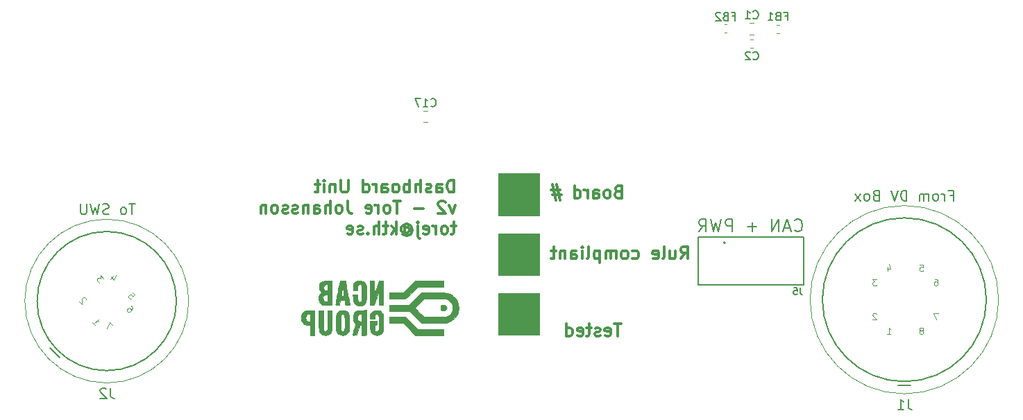
<source format=gbr>
G04 #@! TF.GenerationSoftware,KiCad,Pcbnew,(5.1.4-0)*
G04 #@! TF.CreationDate,2021-02-17T16:17:59+01:00*
G04 #@! TF.ProjectId,DBU_HW,4442555f-4857-42e6-9b69-6361645f7063,A*
G04 #@! TF.SameCoordinates,PX4c4b400PYa037a00*
G04 #@! TF.FileFunction,Legend,Bot*
G04 #@! TF.FilePolarity,Positive*
%FSLAX46Y46*%
G04 Gerber Fmt 4.6, Leading zero omitted, Abs format (unit mm)*
G04 Created by KiCad (PCBNEW (5.1.4-0)) date 2021-02-17 16:17:59*
%MOMM*%
%LPD*%
G04 APERTURE LIST*
%ADD10C,0.150000*%
%ADD11C,0.300000*%
%ADD12C,0.100000*%
%ADD13C,0.010000*%
%ADD14C,0.120000*%
%ADD15C,0.200000*%
%ADD16C,0.198120*%
%ADD17C,0.099060*%
%ADD18C,0.076200*%
G04 APERTURE END LIST*
D10*
X95142857Y60974286D02*
X95214285Y60902858D01*
X95428571Y60831429D01*
X95571428Y60831429D01*
X95785714Y60902858D01*
X95928571Y61045715D01*
X96000000Y61188572D01*
X96071428Y61474286D01*
X96071428Y61688572D01*
X96000000Y61974286D01*
X95928571Y62117143D01*
X95785714Y62260000D01*
X95571428Y62331429D01*
X95428571Y62331429D01*
X95214285Y62260000D01*
X95142857Y62188572D01*
X94571428Y61260000D02*
X93857142Y61260000D01*
X94714285Y60831429D02*
X94214285Y62331429D01*
X93714285Y60831429D01*
X93214285Y60831429D02*
X93214285Y62331429D01*
X92357142Y60831429D01*
X92357142Y62331429D01*
X90500000Y61402858D02*
X89357142Y61402858D01*
X89928571Y60831429D02*
X89928571Y61974286D01*
X87500000Y60831429D02*
X87500000Y62331429D01*
X86928571Y62331429D01*
X86785714Y62260000D01*
X86714285Y62188572D01*
X86642857Y62045715D01*
X86642857Y61831429D01*
X86714285Y61688572D01*
X86785714Y61617143D01*
X86928571Y61545715D01*
X87500000Y61545715D01*
X86142857Y62331429D02*
X85785714Y60831429D01*
X85500000Y61902858D01*
X85214285Y60831429D01*
X84857142Y62331429D01*
X83428571Y60831429D02*
X83928571Y61545715D01*
X84285714Y60831429D02*
X84285714Y62331429D01*
X83714285Y62331429D01*
X83571428Y62260000D01*
X83500000Y62188572D01*
X83428571Y62045715D01*
X83428571Y61831429D01*
X83500000Y61688572D01*
X83571428Y61617143D01*
X83714285Y61545715D01*
X84285714Y61545715D01*
D11*
X81207142Y57501429D02*
X81707142Y58215715D01*
X82064285Y57501429D02*
X82064285Y59001429D01*
X81492857Y59001429D01*
X81350000Y58930000D01*
X81278571Y58858572D01*
X81207142Y58715715D01*
X81207142Y58501429D01*
X81278571Y58358572D01*
X81350000Y58287143D01*
X81492857Y58215715D01*
X82064285Y58215715D01*
X79921428Y58501429D02*
X79921428Y57501429D01*
X80564285Y58501429D02*
X80564285Y57715715D01*
X80492857Y57572858D01*
X80350000Y57501429D01*
X80135714Y57501429D01*
X79992857Y57572858D01*
X79921428Y57644286D01*
X78992857Y57501429D02*
X79135714Y57572858D01*
X79207142Y57715715D01*
X79207142Y59001429D01*
X77850000Y57572858D02*
X77992857Y57501429D01*
X78278571Y57501429D01*
X78421428Y57572858D01*
X78492857Y57715715D01*
X78492857Y58287143D01*
X78421428Y58430000D01*
X78278571Y58501429D01*
X77992857Y58501429D01*
X77850000Y58430000D01*
X77778571Y58287143D01*
X77778571Y58144286D01*
X78492857Y58001429D01*
X75350000Y57572858D02*
X75492857Y57501429D01*
X75778571Y57501429D01*
X75921428Y57572858D01*
X75992857Y57644286D01*
X76064285Y57787143D01*
X76064285Y58215715D01*
X75992857Y58358572D01*
X75921428Y58430000D01*
X75778571Y58501429D01*
X75492857Y58501429D01*
X75350000Y58430000D01*
X74492857Y57501429D02*
X74635714Y57572858D01*
X74707142Y57644286D01*
X74778571Y57787143D01*
X74778571Y58215715D01*
X74707142Y58358572D01*
X74635714Y58430000D01*
X74492857Y58501429D01*
X74278571Y58501429D01*
X74135714Y58430000D01*
X74064285Y58358572D01*
X73992857Y58215715D01*
X73992857Y57787143D01*
X74064285Y57644286D01*
X74135714Y57572858D01*
X74278571Y57501429D01*
X74492857Y57501429D01*
X73350000Y57501429D02*
X73350000Y58501429D01*
X73350000Y58358572D02*
X73278571Y58430000D01*
X73135714Y58501429D01*
X72921428Y58501429D01*
X72778571Y58430000D01*
X72707142Y58287143D01*
X72707142Y57501429D01*
X72707142Y58287143D02*
X72635714Y58430000D01*
X72492857Y58501429D01*
X72278571Y58501429D01*
X72135714Y58430000D01*
X72064285Y58287143D01*
X72064285Y57501429D01*
X71350000Y58501429D02*
X71350000Y57001429D01*
X71350000Y58430000D02*
X71207142Y58501429D01*
X70921428Y58501429D01*
X70778571Y58430000D01*
X70707142Y58358572D01*
X70635714Y58215715D01*
X70635714Y57787143D01*
X70707142Y57644286D01*
X70778571Y57572858D01*
X70921428Y57501429D01*
X71207142Y57501429D01*
X71350000Y57572858D01*
X69778571Y57501429D02*
X69921428Y57572858D01*
X69992857Y57715715D01*
X69992857Y59001429D01*
X69207142Y57501429D02*
X69207142Y58501429D01*
X69207142Y59001429D02*
X69278571Y58930000D01*
X69207142Y58858572D01*
X69135714Y58930000D01*
X69207142Y59001429D01*
X69207142Y58858572D01*
X67850000Y57501429D02*
X67850000Y58287143D01*
X67921428Y58430000D01*
X68064285Y58501429D01*
X68350000Y58501429D01*
X68492857Y58430000D01*
X67850000Y57572858D02*
X67992857Y57501429D01*
X68350000Y57501429D01*
X68492857Y57572858D01*
X68564285Y57715715D01*
X68564285Y57858572D01*
X68492857Y58001429D01*
X68350000Y58072858D01*
X67992857Y58072858D01*
X67850000Y58144286D01*
X67135714Y58501429D02*
X67135714Y57501429D01*
X67135714Y58358572D02*
X67064285Y58430000D01*
X66921428Y58501429D01*
X66707142Y58501429D01*
X66564285Y58430000D01*
X66492857Y58287143D01*
X66492857Y57501429D01*
X65992857Y58501429D02*
X65421428Y58501429D01*
X65778571Y59001429D02*
X65778571Y57715715D01*
X65707142Y57572858D01*
X65564285Y57501429D01*
X65421428Y57501429D01*
X73564285Y65717143D02*
X73350000Y65645715D01*
X73278571Y65574286D01*
X73207142Y65431429D01*
X73207142Y65217143D01*
X73278571Y65074286D01*
X73350000Y65002858D01*
X73492857Y64931429D01*
X74064285Y64931429D01*
X74064285Y66431429D01*
X73564285Y66431429D01*
X73421428Y66360000D01*
X73350000Y66288572D01*
X73278571Y66145715D01*
X73278571Y66002858D01*
X73350000Y65860000D01*
X73421428Y65788572D01*
X73564285Y65717143D01*
X74064285Y65717143D01*
X72350000Y64931429D02*
X72492857Y65002858D01*
X72564285Y65074286D01*
X72635714Y65217143D01*
X72635714Y65645715D01*
X72564285Y65788572D01*
X72492857Y65860000D01*
X72350000Y65931429D01*
X72135714Y65931429D01*
X71992857Y65860000D01*
X71921428Y65788572D01*
X71850000Y65645715D01*
X71850000Y65217143D01*
X71921428Y65074286D01*
X71992857Y65002858D01*
X72135714Y64931429D01*
X72350000Y64931429D01*
X70564285Y64931429D02*
X70564285Y65717143D01*
X70635714Y65860000D01*
X70778571Y65931429D01*
X71064285Y65931429D01*
X71207142Y65860000D01*
X70564285Y65002858D02*
X70707142Y64931429D01*
X71064285Y64931429D01*
X71207142Y65002858D01*
X71278571Y65145715D01*
X71278571Y65288572D01*
X71207142Y65431429D01*
X71064285Y65502858D01*
X70707142Y65502858D01*
X70564285Y65574286D01*
X69850000Y64931429D02*
X69850000Y65931429D01*
X69850000Y65645715D02*
X69778571Y65788572D01*
X69707142Y65860000D01*
X69564285Y65931429D01*
X69421428Y65931429D01*
X68278571Y64931429D02*
X68278571Y66431429D01*
X68278571Y65002858D02*
X68421428Y64931429D01*
X68707142Y64931429D01*
X68850000Y65002858D01*
X68921428Y65074286D01*
X68992857Y65217143D01*
X68992857Y65645715D01*
X68921428Y65788572D01*
X68850000Y65860000D01*
X68707142Y65931429D01*
X68421428Y65931429D01*
X68278571Y65860000D01*
X66492857Y65931429D02*
X65421428Y65931429D01*
X66064285Y66574286D02*
X66492857Y64645715D01*
X65564285Y65288572D02*
X66635714Y65288572D01*
X65992857Y64645715D02*
X65564285Y66574286D01*
X73945000Y49581429D02*
X73087857Y49581429D01*
X73516428Y48081429D02*
X73516428Y49581429D01*
X72016428Y48152858D02*
X72159285Y48081429D01*
X72445000Y48081429D01*
X72587857Y48152858D01*
X72659285Y48295715D01*
X72659285Y48867143D01*
X72587857Y49010000D01*
X72445000Y49081429D01*
X72159285Y49081429D01*
X72016428Y49010000D01*
X71945000Y48867143D01*
X71945000Y48724286D01*
X72659285Y48581429D01*
X71373571Y48152858D02*
X71230714Y48081429D01*
X70945000Y48081429D01*
X70802142Y48152858D01*
X70730714Y48295715D01*
X70730714Y48367143D01*
X70802142Y48510000D01*
X70945000Y48581429D01*
X71159285Y48581429D01*
X71302142Y48652858D01*
X71373571Y48795715D01*
X71373571Y48867143D01*
X71302142Y49010000D01*
X71159285Y49081429D01*
X70945000Y49081429D01*
X70802142Y49010000D01*
X70302142Y49081429D02*
X69730714Y49081429D01*
X70087857Y49581429D02*
X70087857Y48295715D01*
X70016428Y48152858D01*
X69873571Y48081429D01*
X69730714Y48081429D01*
X68659285Y48152858D02*
X68802142Y48081429D01*
X69087857Y48081429D01*
X69230714Y48152858D01*
X69302142Y48295715D01*
X69302142Y48867143D01*
X69230714Y49010000D01*
X69087857Y49081429D01*
X68802142Y49081429D01*
X68659285Y49010000D01*
X68587857Y48867143D01*
X68587857Y48724286D01*
X69302142Y48581429D01*
X67302142Y48081429D02*
X67302142Y49581429D01*
X67302142Y48152858D02*
X67445000Y48081429D01*
X67730714Y48081429D01*
X67873571Y48152858D01*
X67945000Y48224286D01*
X68016428Y48367143D01*
X68016428Y48795715D01*
X67945000Y48938572D01*
X67873571Y49010000D01*
X67730714Y49081429D01*
X67445000Y49081429D01*
X67302142Y49010000D01*
D12*
G36*
X64000000Y62810000D02*
G01*
X59000000Y62810000D01*
X59000000Y67910000D01*
X64000000Y67910000D01*
X64000000Y62810000D01*
G37*
X64000000Y62810000D02*
X59000000Y62810000D01*
X59000000Y67910000D01*
X64000000Y67910000D01*
X64000000Y62810000D01*
G36*
X64000000Y48210000D02*
G01*
X59000000Y48210000D01*
X59000000Y53310000D01*
X64000000Y53310000D01*
X64000000Y48210000D01*
G37*
X64000000Y48210000D02*
X59000000Y48210000D01*
X59000000Y53310000D01*
X64000000Y53310000D01*
X64000000Y48210000D01*
G36*
X64000000Y55510000D02*
G01*
X59000000Y55510000D01*
X59000000Y60610000D01*
X64000000Y60610000D01*
X64000000Y55510000D01*
G37*
X64000000Y55510000D02*
X59000000Y55510000D01*
X59000000Y60610000D01*
X64000000Y60610000D01*
X64000000Y55510000D01*
D11*
X53567857Y65626430D02*
X53567857Y67126430D01*
X53210714Y67126430D01*
X52996428Y67055001D01*
X52853571Y66912144D01*
X52782142Y66769287D01*
X52710714Y66483573D01*
X52710714Y66269287D01*
X52782142Y65983573D01*
X52853571Y65840716D01*
X52996428Y65697859D01*
X53210714Y65626430D01*
X53567857Y65626430D01*
X51425000Y65626430D02*
X51425000Y66412144D01*
X51496428Y66555001D01*
X51639285Y66626430D01*
X51925000Y66626430D01*
X52067857Y66555001D01*
X51425000Y65697859D02*
X51567857Y65626430D01*
X51925000Y65626430D01*
X52067857Y65697859D01*
X52139285Y65840716D01*
X52139285Y65983573D01*
X52067857Y66126430D01*
X51925000Y66197859D01*
X51567857Y66197859D01*
X51425000Y66269287D01*
X50782142Y65697859D02*
X50639285Y65626430D01*
X50353571Y65626430D01*
X50210714Y65697859D01*
X50139285Y65840716D01*
X50139285Y65912144D01*
X50210714Y66055001D01*
X50353571Y66126430D01*
X50567857Y66126430D01*
X50710714Y66197859D01*
X50782142Y66340716D01*
X50782142Y66412144D01*
X50710714Y66555001D01*
X50567857Y66626430D01*
X50353571Y66626430D01*
X50210714Y66555001D01*
X49496428Y65626430D02*
X49496428Y67126430D01*
X48853571Y65626430D02*
X48853571Y66412144D01*
X48925000Y66555001D01*
X49067857Y66626430D01*
X49282142Y66626430D01*
X49425000Y66555001D01*
X49496428Y66483573D01*
X48139285Y65626430D02*
X48139285Y67126430D01*
X48139285Y66555001D02*
X47996428Y66626430D01*
X47710714Y66626430D01*
X47567857Y66555001D01*
X47496428Y66483573D01*
X47425000Y66340716D01*
X47425000Y65912144D01*
X47496428Y65769287D01*
X47567857Y65697859D01*
X47710714Y65626430D01*
X47996428Y65626430D01*
X48139285Y65697859D01*
X46567857Y65626430D02*
X46710714Y65697859D01*
X46782142Y65769287D01*
X46853571Y65912144D01*
X46853571Y66340716D01*
X46782142Y66483573D01*
X46710714Y66555001D01*
X46567857Y66626430D01*
X46353571Y66626430D01*
X46210714Y66555001D01*
X46139285Y66483573D01*
X46067857Y66340716D01*
X46067857Y65912144D01*
X46139285Y65769287D01*
X46210714Y65697859D01*
X46353571Y65626430D01*
X46567857Y65626430D01*
X44782142Y65626430D02*
X44782142Y66412144D01*
X44853571Y66555001D01*
X44996428Y66626430D01*
X45282142Y66626430D01*
X45425000Y66555001D01*
X44782142Y65697859D02*
X44925000Y65626430D01*
X45282142Y65626430D01*
X45425000Y65697859D01*
X45496428Y65840716D01*
X45496428Y65983573D01*
X45425000Y66126430D01*
X45282142Y66197859D01*
X44925000Y66197859D01*
X44782142Y66269287D01*
X44067857Y65626430D02*
X44067857Y66626430D01*
X44067857Y66340716D02*
X43996428Y66483573D01*
X43925000Y66555001D01*
X43782142Y66626430D01*
X43639285Y66626430D01*
X42496428Y65626430D02*
X42496428Y67126430D01*
X42496428Y65697859D02*
X42639285Y65626430D01*
X42925000Y65626430D01*
X43067857Y65697859D01*
X43139285Y65769287D01*
X43210714Y65912144D01*
X43210714Y66340716D01*
X43139285Y66483573D01*
X43067857Y66555001D01*
X42925000Y66626430D01*
X42639285Y66626430D01*
X42496428Y66555001D01*
X40639285Y67126430D02*
X40639285Y65912144D01*
X40567857Y65769287D01*
X40496428Y65697859D01*
X40353571Y65626430D01*
X40067857Y65626430D01*
X39925000Y65697859D01*
X39853571Y65769287D01*
X39782142Y65912144D01*
X39782142Y67126430D01*
X39067857Y66626430D02*
X39067857Y65626430D01*
X39067857Y66483573D02*
X38996428Y66555001D01*
X38853571Y66626430D01*
X38639285Y66626430D01*
X38496428Y66555001D01*
X38425000Y66412144D01*
X38425000Y65626430D01*
X37710714Y65626430D02*
X37710714Y66626430D01*
X37710714Y67126430D02*
X37782142Y67055001D01*
X37710714Y66983573D01*
X37639285Y67055001D01*
X37710714Y67126430D01*
X37710714Y66983573D01*
X37210714Y66626430D02*
X36639285Y66626430D01*
X36996428Y67126430D02*
X36996428Y65840716D01*
X36925000Y65697859D01*
X36782142Y65626430D01*
X36639285Y65626430D01*
X53710714Y64076430D02*
X53353571Y63076430D01*
X52996428Y64076430D01*
X52496428Y64433573D02*
X52425000Y64505001D01*
X52282142Y64576430D01*
X51925000Y64576430D01*
X51782142Y64505001D01*
X51710714Y64433573D01*
X51639285Y64290716D01*
X51639285Y64147859D01*
X51710714Y63933573D01*
X52567857Y63076430D01*
X51639285Y63076430D01*
X49853571Y63647859D02*
X48710714Y63647859D01*
X47067857Y64576430D02*
X46210714Y64576430D01*
X46639285Y63076430D02*
X46639285Y64576430D01*
X45496428Y63076430D02*
X45639285Y63147859D01*
X45710714Y63219287D01*
X45782142Y63362144D01*
X45782142Y63790716D01*
X45710714Y63933573D01*
X45639285Y64005001D01*
X45496428Y64076430D01*
X45282142Y64076430D01*
X45139285Y64005001D01*
X45067857Y63933573D01*
X44996428Y63790716D01*
X44996428Y63362144D01*
X45067857Y63219287D01*
X45139285Y63147859D01*
X45282142Y63076430D01*
X45496428Y63076430D01*
X44353571Y63076430D02*
X44353571Y64076430D01*
X44353571Y63790716D02*
X44282142Y63933573D01*
X44210714Y64005001D01*
X44067857Y64076430D01*
X43925000Y64076430D01*
X42853571Y63147859D02*
X42996428Y63076430D01*
X43282142Y63076430D01*
X43425000Y63147859D01*
X43496428Y63290716D01*
X43496428Y63862144D01*
X43425000Y64005001D01*
X43282142Y64076430D01*
X42996428Y64076430D01*
X42853571Y64005001D01*
X42782142Y63862144D01*
X42782142Y63719287D01*
X43496428Y63576430D01*
X40567857Y64576430D02*
X40567857Y63505001D01*
X40639285Y63290716D01*
X40782142Y63147859D01*
X40996428Y63076430D01*
X41139285Y63076430D01*
X39639285Y63076430D02*
X39782142Y63147859D01*
X39853571Y63219287D01*
X39925000Y63362144D01*
X39925000Y63790716D01*
X39853571Y63933573D01*
X39782142Y64005001D01*
X39639285Y64076430D01*
X39425000Y64076430D01*
X39282142Y64005001D01*
X39210714Y63933573D01*
X39139285Y63790716D01*
X39139285Y63362144D01*
X39210714Y63219287D01*
X39282142Y63147859D01*
X39425000Y63076430D01*
X39639285Y63076430D01*
X38496428Y63076430D02*
X38496428Y64576430D01*
X37853571Y63076430D02*
X37853571Y63862144D01*
X37925000Y64005001D01*
X38067857Y64076430D01*
X38282142Y64076430D01*
X38425000Y64005001D01*
X38496428Y63933573D01*
X36496428Y63076430D02*
X36496428Y63862144D01*
X36567857Y64005001D01*
X36710714Y64076430D01*
X36996428Y64076430D01*
X37139285Y64005001D01*
X36496428Y63147859D02*
X36639285Y63076430D01*
X36996428Y63076430D01*
X37139285Y63147859D01*
X37210714Y63290716D01*
X37210714Y63433573D01*
X37139285Y63576430D01*
X36996428Y63647859D01*
X36639285Y63647859D01*
X36496428Y63719287D01*
X35782142Y64076430D02*
X35782142Y63076430D01*
X35782142Y63933573D02*
X35710714Y64005001D01*
X35567857Y64076430D01*
X35353571Y64076430D01*
X35210714Y64005001D01*
X35139285Y63862144D01*
X35139285Y63076430D01*
X34496428Y63147859D02*
X34353571Y63076430D01*
X34067857Y63076430D01*
X33925000Y63147859D01*
X33853571Y63290716D01*
X33853571Y63362144D01*
X33925000Y63505001D01*
X34067857Y63576430D01*
X34282142Y63576430D01*
X34425000Y63647859D01*
X34496428Y63790716D01*
X34496428Y63862144D01*
X34425000Y64005001D01*
X34282142Y64076430D01*
X34067857Y64076430D01*
X33925000Y64005001D01*
X33282142Y63147859D02*
X33139285Y63076430D01*
X32853571Y63076430D01*
X32710714Y63147859D01*
X32639285Y63290716D01*
X32639285Y63362144D01*
X32710714Y63505001D01*
X32853571Y63576430D01*
X33067857Y63576430D01*
X33210714Y63647859D01*
X33282142Y63790716D01*
X33282142Y63862144D01*
X33210714Y64005001D01*
X33067857Y64076430D01*
X32853571Y64076430D01*
X32710714Y64005001D01*
X31782142Y63076430D02*
X31925000Y63147859D01*
X31996428Y63219287D01*
X32067857Y63362144D01*
X32067857Y63790716D01*
X31996428Y63933573D01*
X31925000Y64005001D01*
X31782142Y64076430D01*
X31567857Y64076430D01*
X31425000Y64005001D01*
X31353571Y63933573D01*
X31282142Y63790716D01*
X31282142Y63362144D01*
X31353571Y63219287D01*
X31425000Y63147859D01*
X31567857Y63076430D01*
X31782142Y63076430D01*
X30639285Y64076430D02*
X30639285Y63076430D01*
X30639285Y63933573D02*
X30567857Y64005001D01*
X30425000Y64076430D01*
X30210714Y64076430D01*
X30067857Y64005001D01*
X29996428Y63862144D01*
X29996428Y63076430D01*
X53782142Y61526430D02*
X53210714Y61526430D01*
X53567857Y62026430D02*
X53567857Y60740716D01*
X53496428Y60597859D01*
X53353571Y60526430D01*
X53210714Y60526430D01*
X52496428Y60526430D02*
X52639285Y60597859D01*
X52710714Y60669287D01*
X52782142Y60812144D01*
X52782142Y61240716D01*
X52710714Y61383573D01*
X52639285Y61455001D01*
X52496428Y61526430D01*
X52282142Y61526430D01*
X52139285Y61455001D01*
X52067857Y61383573D01*
X51996428Y61240716D01*
X51996428Y60812144D01*
X52067857Y60669287D01*
X52139285Y60597859D01*
X52282142Y60526430D01*
X52496428Y60526430D01*
X51353571Y60526430D02*
X51353571Y61526430D01*
X51353571Y61240716D02*
X51282142Y61383573D01*
X51210714Y61455001D01*
X51067857Y61526430D01*
X50925000Y61526430D01*
X49853571Y60597859D02*
X49996428Y60526430D01*
X50282142Y60526430D01*
X50425000Y60597859D01*
X50496428Y60740716D01*
X50496428Y61312144D01*
X50425000Y61455001D01*
X50282142Y61526430D01*
X49996428Y61526430D01*
X49853571Y61455001D01*
X49782142Y61312144D01*
X49782142Y61169287D01*
X50496428Y61026430D01*
X49139285Y61526430D02*
X49139285Y60240716D01*
X49210714Y60097859D01*
X49353571Y60026430D01*
X49425000Y60026430D01*
X49139285Y62026430D02*
X49210714Y61955001D01*
X49139285Y61883573D01*
X49067857Y61955001D01*
X49139285Y62026430D01*
X49139285Y61883573D01*
X47496428Y61240716D02*
X47567857Y61312144D01*
X47710714Y61383573D01*
X47853571Y61383573D01*
X47996428Y61312144D01*
X48067857Y61240716D01*
X48139285Y61097859D01*
X48139285Y60955001D01*
X48067857Y60812144D01*
X47996428Y60740716D01*
X47853571Y60669287D01*
X47710714Y60669287D01*
X47567857Y60740716D01*
X47496428Y60812144D01*
X47496428Y61383573D02*
X47496428Y60812144D01*
X47425000Y60740716D01*
X47353571Y60740716D01*
X47210714Y60812144D01*
X47139285Y60955001D01*
X47139285Y61312144D01*
X47282142Y61526430D01*
X47496428Y61669287D01*
X47782142Y61740716D01*
X48067857Y61669287D01*
X48282142Y61526430D01*
X48425000Y61312144D01*
X48496428Y61026430D01*
X48425000Y60740716D01*
X48282142Y60526430D01*
X48067857Y60383573D01*
X47782142Y60312144D01*
X47496428Y60383573D01*
X47282142Y60526430D01*
X46496428Y60526430D02*
X46496428Y62026430D01*
X46353571Y61097859D02*
X45925000Y60526430D01*
X45925000Y61526430D02*
X46496428Y60955001D01*
X45496428Y61526430D02*
X44925000Y61526430D01*
X45282142Y62026430D02*
X45282142Y60740716D01*
X45210714Y60597859D01*
X45067857Y60526430D01*
X44925000Y60526430D01*
X44425000Y60526430D02*
X44425000Y62026430D01*
X43782142Y60526430D02*
X43782142Y61312144D01*
X43853571Y61455001D01*
X43996428Y61526430D01*
X44210714Y61526430D01*
X44353571Y61455001D01*
X44425000Y61383573D01*
X43067857Y60669287D02*
X42996428Y60597859D01*
X43067857Y60526430D01*
X43139285Y60597859D01*
X43067857Y60669287D01*
X43067857Y60526430D01*
X42425000Y60597859D02*
X42282142Y60526430D01*
X41996428Y60526430D01*
X41853571Y60597859D01*
X41782142Y60740716D01*
X41782142Y60812144D01*
X41853571Y60955001D01*
X41996428Y61026430D01*
X42210714Y61026430D01*
X42353571Y61097859D01*
X42425000Y61240716D01*
X42425000Y61312144D01*
X42353571Y61455001D01*
X42210714Y61526430D01*
X41996428Y61526430D01*
X41853571Y61455001D01*
X40567857Y60597859D02*
X40710714Y60526430D01*
X40996428Y60526430D01*
X41139285Y60597859D01*
X41210714Y60740716D01*
X41210714Y61312144D01*
X41139285Y61455001D01*
X40996428Y61526430D01*
X40710714Y61526430D01*
X40567857Y61455001D01*
X40496428Y61312144D01*
X40496428Y61169287D01*
X41210714Y61026430D01*
D13*
G36*
X45659034Y49643671D02*
G01*
X47362149Y49643671D01*
X48097435Y48907071D01*
X48832720Y48170471D01*
X52263034Y48170471D01*
X52263034Y48932471D01*
X49143058Y48932471D01*
X48400534Y49669071D01*
X47658011Y50405671D01*
X45659034Y50405671D01*
X45659034Y49643671D01*
X45659034Y49643671D01*
G37*
X45659034Y49643671D02*
X47362149Y49643671D01*
X48097435Y48907071D01*
X48832720Y48170471D01*
X52263034Y48170471D01*
X52263034Y48932471D01*
X49143058Y48932471D01*
X48400534Y49669071D01*
X47658011Y50405671D01*
X45659034Y50405671D01*
X45659034Y49643671D01*
G36*
X43963772Y51203524D02*
G01*
X43772832Y51164383D01*
X43700457Y51137549D01*
X43540802Y51011304D01*
X43414779Y50815118D01*
X43338130Y50579065D01*
X43322234Y50415033D01*
X43322234Y50202471D01*
X43881034Y50202471D01*
X43881034Y50420912D01*
X43894442Y50570604D01*
X43927969Y50680412D01*
X43941995Y50700312D01*
X44054564Y50755151D01*
X44191751Y50753824D01*
X44306040Y50700824D01*
X44336447Y50663011D01*
X44355022Y50577664D01*
X44370361Y50406607D01*
X44381619Y50165700D01*
X44387951Y49870806D01*
X44389034Y49676040D01*
X44387664Y49344488D01*
X44382753Y49099997D01*
X44373108Y48928055D01*
X44357530Y48814148D01*
X44334825Y48743767D01*
X44309206Y48707500D01*
X44182593Y48634357D01*
X44033159Y48654844D01*
X43979295Y48680259D01*
X43926123Y48724490D01*
X43896081Y48802357D01*
X43883143Y48938788D01*
X43881034Y49086659D01*
X43882925Y49271867D01*
X43893906Y49377675D01*
X43921945Y49426277D01*
X43975008Y49439866D01*
X44008034Y49440471D01*
X44086404Y49449946D01*
X44123534Y49496520D01*
X44134549Y49607413D01*
X44135034Y49669071D01*
X44135034Y49897671D01*
X43311787Y49897671D01*
X43329711Y49273071D01*
X43341021Y48987507D01*
X43357704Y48783960D01*
X43382562Y48642877D01*
X43418398Y48544707D01*
X43439295Y48508645D01*
X43623407Y48315107D01*
X43868579Y48202587D01*
X44135034Y48170851D01*
X44412784Y48202079D01*
X44576774Y48269836D01*
X44690654Y48345283D01*
X44776576Y48424159D01*
X44838796Y48521748D01*
X44881573Y48653333D01*
X44909163Y48834196D01*
X44925824Y49079619D01*
X44935812Y49404885D01*
X44939068Y49570424D01*
X44943475Y49968447D01*
X44938817Y50279646D01*
X44922426Y50518594D01*
X44891630Y50699865D01*
X44843761Y50838033D01*
X44776150Y50947671D01*
X44686126Y51043354D01*
X44665958Y51061431D01*
X44549987Y51151905D01*
X44439794Y51199168D01*
X44293696Y51216664D01*
X44179044Y51218471D01*
X43963772Y51203524D01*
X43963772Y51203524D01*
G37*
X43963772Y51203524D02*
X43772832Y51164383D01*
X43700457Y51137549D01*
X43540802Y51011304D01*
X43414779Y50815118D01*
X43338130Y50579065D01*
X43322234Y50415033D01*
X43322234Y50202471D01*
X43881034Y50202471D01*
X43881034Y50420912D01*
X43894442Y50570604D01*
X43927969Y50680412D01*
X43941995Y50700312D01*
X44054564Y50755151D01*
X44191751Y50753824D01*
X44306040Y50700824D01*
X44336447Y50663011D01*
X44355022Y50577664D01*
X44370361Y50406607D01*
X44381619Y50165700D01*
X44387951Y49870806D01*
X44389034Y49676040D01*
X44387664Y49344488D01*
X44382753Y49099997D01*
X44373108Y48928055D01*
X44357530Y48814148D01*
X44334825Y48743767D01*
X44309206Y48707500D01*
X44182593Y48634357D01*
X44033159Y48654844D01*
X43979295Y48680259D01*
X43926123Y48724490D01*
X43896081Y48802357D01*
X43883143Y48938788D01*
X43881034Y49086659D01*
X43882925Y49271867D01*
X43893906Y49377675D01*
X43921945Y49426277D01*
X43975008Y49439866D01*
X44008034Y49440471D01*
X44086404Y49449946D01*
X44123534Y49496520D01*
X44134549Y49607413D01*
X44135034Y49669071D01*
X44135034Y49897671D01*
X43311787Y49897671D01*
X43329711Y49273071D01*
X43341021Y48987507D01*
X43357704Y48783960D01*
X43382562Y48642877D01*
X43418398Y48544707D01*
X43439295Y48508645D01*
X43623407Y48315107D01*
X43868579Y48202587D01*
X44135034Y48170851D01*
X44412784Y48202079D01*
X44576774Y48269836D01*
X44690654Y48345283D01*
X44776576Y48424159D01*
X44838796Y48521748D01*
X44881573Y48653333D01*
X44909163Y48834196D01*
X44925824Y49079619D01*
X44935812Y49404885D01*
X44939068Y49570424D01*
X44943475Y49968447D01*
X44938817Y50279646D01*
X44922426Y50518594D01*
X44891630Y50699865D01*
X44843761Y50838033D01*
X44776150Y50947671D01*
X44686126Y51043354D01*
X44665958Y51061431D01*
X44549987Y51151905D01*
X44439794Y51199168D01*
X44293696Y51216664D01*
X44179044Y51218471D01*
X43963772Y51203524D01*
G36*
X42318934Y51208336D02*
G01*
X41995439Y51186337D01*
X41755691Y51146991D01*
X41582336Y51083003D01*
X41458022Y50987077D01*
X41365393Y50851917D01*
X41338158Y50796003D01*
X41261488Y50541166D01*
X41242665Y50266234D01*
X41278501Y50000815D01*
X41365806Y49774515D01*
X41461633Y49649685D01*
X41582386Y49536243D01*
X41386175Y48916857D01*
X41311830Y48677374D01*
X41250303Y48470051D01*
X41207547Y48315622D01*
X41189518Y48234822D01*
X41189299Y48231317D01*
X41222044Y48191198D01*
X41330758Y48177029D01*
X41450225Y48180517D01*
X41711816Y48195871D01*
X41891463Y48818171D01*
X41967427Y49075969D01*
X42024619Y49251240D01*
X42070503Y49359615D01*
X42112545Y49416723D01*
X42158209Y49438191D01*
X42188672Y49440471D01*
X42237375Y49437290D01*
X42270338Y49416684D01*
X42290635Y49362066D01*
X42301335Y49256846D01*
X42305511Y49084433D01*
X42306234Y48828240D01*
X42306234Y48170471D01*
X42551768Y48170471D01*
X42702258Y48176952D01*
X42807060Y48193414D01*
X42831168Y48204338D01*
X42839746Y48261869D01*
X42847526Y48408087D01*
X42854220Y48630083D01*
X42859544Y48914946D01*
X42863212Y49249765D01*
X42864938Y49621630D01*
X42865034Y49734863D01*
X42865034Y50761271D01*
X42306234Y50761271D01*
X42306234Y49833578D01*
X42123902Y49863166D01*
X41981210Y49899071D01*
X41876536Y49947153D01*
X41869902Y49952233D01*
X41821250Y50051078D01*
X41799345Y50240017D01*
X41798234Y50307411D01*
X41804718Y50485103D01*
X41830445Y50592934D01*
X41884835Y50662165D01*
X41911138Y50682191D01*
X42050718Y50743450D01*
X42165138Y50761271D01*
X42306234Y50761271D01*
X42865034Y50761271D01*
X42865034Y51231522D01*
X42318934Y51208336D01*
X42318934Y51208336D01*
G37*
X42318934Y51208336D02*
X41995439Y51186337D01*
X41755691Y51146991D01*
X41582336Y51083003D01*
X41458022Y50987077D01*
X41365393Y50851917D01*
X41338158Y50796003D01*
X41261488Y50541166D01*
X41242665Y50266234D01*
X41278501Y50000815D01*
X41365806Y49774515D01*
X41461633Y49649685D01*
X41582386Y49536243D01*
X41386175Y48916857D01*
X41311830Y48677374D01*
X41250303Y48470051D01*
X41207547Y48315622D01*
X41189518Y48234822D01*
X41189299Y48231317D01*
X41222044Y48191198D01*
X41330758Y48177029D01*
X41450225Y48180517D01*
X41711816Y48195871D01*
X41891463Y48818171D01*
X41967427Y49075969D01*
X42024619Y49251240D01*
X42070503Y49359615D01*
X42112545Y49416723D01*
X42158209Y49438191D01*
X42188672Y49440471D01*
X42237375Y49437290D01*
X42270338Y49416684D01*
X42290635Y49362066D01*
X42301335Y49256846D01*
X42305511Y49084433D01*
X42306234Y48828240D01*
X42306234Y48170471D01*
X42551768Y48170471D01*
X42702258Y48176952D01*
X42807060Y48193414D01*
X42831168Y48204338D01*
X42839746Y48261869D01*
X42847526Y48408087D01*
X42854220Y48630083D01*
X42859544Y48914946D01*
X42863212Y49249765D01*
X42864938Y49621630D01*
X42865034Y49734863D01*
X42865034Y50761271D01*
X42306234Y50761271D01*
X42306234Y49833578D01*
X42123902Y49863166D01*
X41981210Y49899071D01*
X41876536Y49947153D01*
X41869902Y49952233D01*
X41821250Y50051078D01*
X41799345Y50240017D01*
X41798234Y50307411D01*
X41804718Y50485103D01*
X41830445Y50592934D01*
X41884835Y50662165D01*
X41911138Y50682191D01*
X42050718Y50743450D01*
X42165138Y50761271D01*
X42306234Y50761271D01*
X42865034Y50761271D01*
X42865034Y51231522D01*
X42318934Y51208336D01*
G36*
X39675961Y51200436D02*
G01*
X39560515Y51158937D01*
X39494316Y51121496D01*
X39385993Y51042770D01*
X39303133Y50948302D01*
X39242480Y50824190D01*
X39200776Y50656531D01*
X39174763Y50431425D01*
X39161185Y50134971D01*
X39156784Y49753266D01*
X39156713Y49680743D01*
X39159410Y49300108D01*
X39169931Y49006027D01*
X39192035Y48783534D01*
X39229481Y48617666D01*
X39286027Y48493458D01*
X39365430Y48395944D01*
X39471451Y48310160D01*
X39507047Y48285784D01*
X39725369Y48193587D01*
X39982067Y48165000D01*
X40236655Y48199986D01*
X40431822Y48286668D01*
X40544600Y48372319D01*
X40628390Y48466827D01*
X40687900Y48586721D01*
X40727840Y48748530D01*
X40752918Y48968782D01*
X40767845Y49264008D01*
X40773968Y49487566D01*
X40776994Y49676040D01*
X40223434Y49676040D01*
X40222064Y49344488D01*
X40217153Y49099997D01*
X40207508Y48928055D01*
X40191930Y48814148D01*
X40169225Y48743767D01*
X40143606Y48707500D01*
X40018970Y48639843D01*
X39876337Y48636914D01*
X39776394Y48688631D01*
X39753565Y48761365D01*
X39735707Y48915646D01*
X39722821Y49131544D01*
X39714908Y49389130D01*
X39711966Y49668474D01*
X39713996Y49949644D01*
X39720999Y50212710D01*
X39732973Y50437743D01*
X39749919Y50604812D01*
X39771837Y50693986D01*
X39776395Y50700312D01*
X39888964Y50755151D01*
X40026151Y50753824D01*
X40140440Y50700824D01*
X40170847Y50663011D01*
X40189422Y50577664D01*
X40204761Y50406607D01*
X40216019Y50165700D01*
X40222351Y49870806D01*
X40223434Y49676040D01*
X40776994Y49676040D01*
X40780464Y49892048D01*
X40778080Y50209632D01*
X40764728Y50454793D01*
X40738322Y50642006D01*
X40696774Y50785744D01*
X40637998Y50900484D01*
X40559906Y51000699D01*
X40555016Y51006070D01*
X40458674Y51103263D01*
X40369986Y51160331D01*
X40255119Y51190335D01*
X40080238Y51206334D01*
X40028312Y51209387D01*
X39819887Y51215276D01*
X39675961Y51200436D01*
X39675961Y51200436D01*
G37*
X39675961Y51200436D02*
X39560515Y51158937D01*
X39494316Y51121496D01*
X39385993Y51042770D01*
X39303133Y50948302D01*
X39242480Y50824190D01*
X39200776Y50656531D01*
X39174763Y50431425D01*
X39161185Y50134971D01*
X39156784Y49753266D01*
X39156713Y49680743D01*
X39159410Y49300108D01*
X39169931Y49006027D01*
X39192035Y48783534D01*
X39229481Y48617666D01*
X39286027Y48493458D01*
X39365430Y48395944D01*
X39471451Y48310160D01*
X39507047Y48285784D01*
X39725369Y48193587D01*
X39982067Y48165000D01*
X40236655Y48199986D01*
X40431822Y48286668D01*
X40544600Y48372319D01*
X40628390Y48466827D01*
X40687900Y48586721D01*
X40727840Y48748530D01*
X40752918Y48968782D01*
X40767845Y49264008D01*
X40773968Y49487566D01*
X40776994Y49676040D01*
X40223434Y49676040D01*
X40222064Y49344488D01*
X40217153Y49099997D01*
X40207508Y48928055D01*
X40191930Y48814148D01*
X40169225Y48743767D01*
X40143606Y48707500D01*
X40018970Y48639843D01*
X39876337Y48636914D01*
X39776394Y48688631D01*
X39753565Y48761365D01*
X39735707Y48915646D01*
X39722821Y49131544D01*
X39714908Y49389130D01*
X39711966Y49668474D01*
X39713996Y49949644D01*
X39720999Y50212710D01*
X39732973Y50437743D01*
X39749919Y50604812D01*
X39771837Y50693986D01*
X39776395Y50700312D01*
X39888964Y50755151D01*
X40026151Y50753824D01*
X40140440Y50700824D01*
X40170847Y50663011D01*
X40189422Y50577664D01*
X40204761Y50406607D01*
X40216019Y50165700D01*
X40222351Y49870806D01*
X40223434Y49676040D01*
X40776994Y49676040D01*
X40780464Y49892048D01*
X40778080Y50209632D01*
X40764728Y50454793D01*
X40738322Y50642006D01*
X40696774Y50785744D01*
X40637998Y50900484D01*
X40559906Y51000699D01*
X40555016Y51006070D01*
X40458674Y51103263D01*
X40369986Y51160331D01*
X40255119Y51190335D01*
X40080238Y51206334D01*
X40028312Y51209387D01*
X39819887Y51215276D01*
X39675961Y51200436D01*
G36*
X37073834Y49963034D02*
G01*
X37075123Y49529323D01*
X37080706Y49184979D01*
X37093164Y48917783D01*
X37115075Y48715518D01*
X37149017Y48565965D01*
X37197570Y48456905D01*
X37263312Y48376121D01*
X37348822Y48311392D01*
X37432567Y48263297D01*
X37650017Y48190550D01*
X37904271Y48170102D01*
X38152283Y48201472D01*
X38334191Y48273374D01*
X38424768Y48335099D01*
X38496161Y48405351D01*
X38550629Y48496335D01*
X38590432Y48620253D01*
X38617827Y48789312D01*
X38635074Y49015714D01*
X38644433Y49311664D01*
X38648160Y49689366D01*
X38648634Y49972240D01*
X38648634Y51218471D01*
X38140634Y51218471D01*
X38139886Y50062771D01*
X38137539Y49637119D01*
X38130849Y49305145D01*
X38119422Y49059005D01*
X38102862Y48890854D01*
X38080773Y48792847D01*
X38075209Y48780071D01*
X37982391Y48679927D01*
X37856285Y48635874D01*
X37736372Y48656935D01*
X37692726Y48692676D01*
X37670536Y48768956D01*
X37652276Y48940581D01*
X37637855Y49209151D01*
X37627186Y49576265D01*
X37620874Y49977944D01*
X37607234Y51193071D01*
X37073834Y51223781D01*
X37073834Y49963034D01*
X37073834Y49963034D01*
G37*
X37073834Y49963034D02*
X37075123Y49529323D01*
X37080706Y49184979D01*
X37093164Y48917783D01*
X37115075Y48715518D01*
X37149017Y48565965D01*
X37197570Y48456905D01*
X37263312Y48376121D01*
X37348822Y48311392D01*
X37432567Y48263297D01*
X37650017Y48190550D01*
X37904271Y48170102D01*
X38152283Y48201472D01*
X38334191Y48273374D01*
X38424768Y48335099D01*
X38496161Y48405351D01*
X38550629Y48496335D01*
X38590432Y48620253D01*
X38617827Y48789312D01*
X38635074Y49015714D01*
X38644433Y49311664D01*
X38648160Y49689366D01*
X38648634Y49972240D01*
X38648634Y51218471D01*
X38140634Y51218471D01*
X38139886Y50062771D01*
X38137539Y49637119D01*
X38130849Y49305145D01*
X38119422Y49059005D01*
X38102862Y48890854D01*
X38080773Y48792847D01*
X38075209Y48780071D01*
X37982391Y48679927D01*
X37856285Y48635874D01*
X37736372Y48656935D01*
X37692726Y48692676D01*
X37670536Y48768956D01*
X37652276Y48940581D01*
X37637855Y49209151D01*
X37627186Y49576265D01*
X37620874Y49977944D01*
X37607234Y51193071D01*
X37073834Y51223781D01*
X37073834Y49963034D01*
G36*
X35797795Y51206018D02*
G01*
X35517294Y51165983D01*
X35305247Y51094355D01*
X35146463Y50987121D01*
X35097999Y50937419D01*
X34974701Y50730946D01*
X34909646Y50478536D01*
X34901696Y50208633D01*
X34949717Y49949677D01*
X35052574Y49730111D01*
X35150593Y49620043D01*
X35269607Y49531970D01*
X35391450Y49477363D01*
X35548875Y49446222D01*
X35774635Y49428546D01*
X35778434Y49428346D01*
X36032434Y49415071D01*
X36060962Y48170471D01*
X36565834Y48170471D01*
X36565834Y50761271D01*
X36057834Y50761271D01*
X36057834Y50337938D01*
X36053534Y50138832D01*
X36042089Y49979869D01*
X36025686Y49887522D01*
X36019734Y49876354D01*
X35938773Y49854337D01*
X35805909Y49865831D01*
X35661663Y49902149D01*
X35546553Y49954602D01*
X35511734Y49985274D01*
X35473664Y50084863D01*
X35450996Y50238989D01*
X35448234Y50313781D01*
X35477254Y50535471D01*
X35568178Y50678842D01*
X35726805Y50750279D01*
X35854634Y50761271D01*
X36057834Y50761271D01*
X36565834Y50761271D01*
X36565834Y51218471D01*
X36161935Y51218471D01*
X35797795Y51206018D01*
X35797795Y51206018D01*
G37*
X35797795Y51206018D02*
X35517294Y51165983D01*
X35305247Y51094355D01*
X35146463Y50987121D01*
X35097999Y50937419D01*
X34974701Y50730946D01*
X34909646Y50478536D01*
X34901696Y50208633D01*
X34949717Y49949677D01*
X35052574Y49730111D01*
X35150593Y49620043D01*
X35269607Y49531970D01*
X35391450Y49477363D01*
X35548875Y49446222D01*
X35774635Y49428546D01*
X35778434Y49428346D01*
X36032434Y49415071D01*
X36060962Y48170471D01*
X36565834Y48170471D01*
X36565834Y50761271D01*
X36057834Y50761271D01*
X36057834Y50337938D01*
X36053534Y50138832D01*
X36042089Y49979869D01*
X36025686Y49887522D01*
X36019734Y49876354D01*
X35938773Y49854337D01*
X35805909Y49865831D01*
X35661663Y49902149D01*
X35546553Y49954602D01*
X35511734Y49985274D01*
X35473664Y50084863D01*
X35450996Y50238989D01*
X35448234Y50313781D01*
X35477254Y50535471D01*
X35568178Y50678842D01*
X35726805Y50750279D01*
X35854634Y50761271D01*
X36057834Y50761271D01*
X36565834Y50761271D01*
X36565834Y51218471D01*
X36161935Y51218471D01*
X35797795Y51206018D01*
G36*
X48067935Y51878871D02*
G01*
X45659034Y51878871D01*
X45659034Y51116871D01*
X48130532Y51116871D01*
X48854225Y50380271D01*
X49577919Y49643671D01*
X50958577Y49649610D01*
X51338809Y49652846D01*
X51699437Y49658907D01*
X52023811Y49667280D01*
X52295284Y49677455D01*
X52497206Y49688922D01*
X52607613Y49700234D01*
X52977028Y49810715D01*
X53324440Y50007394D01*
X53630384Y50274899D01*
X53875397Y50597859D01*
X53968992Y50775375D01*
X54049206Y50973315D01*
X54093851Y51153691D01*
X54112460Y51363682D01*
X54114764Y51485472D01*
X53405001Y51485472D01*
X53342600Y51166261D01*
X53192563Y50874128D01*
X53042387Y50700574D01*
X52949581Y50617197D01*
X52858326Y50551434D01*
X52755542Y50501182D01*
X52628143Y50464337D01*
X52463050Y50438794D01*
X52247178Y50422451D01*
X51967445Y50413204D01*
X51610769Y50408949D01*
X51220768Y50407660D01*
X49899102Y50405671D01*
X49354055Y50952414D01*
X48809008Y51499156D01*
X49346949Y52070625D01*
X49884889Y52642094D01*
X51162862Y52639482D01*
X51528039Y52636687D01*
X51867946Y52630226D01*
X52166334Y52620707D01*
X52406957Y52608734D01*
X52573567Y52594914D01*
X52637325Y52584500D01*
X52844135Y52487146D01*
X53049531Y52319818D01*
X53226543Y52110877D01*
X53348204Y51888686D01*
X53373391Y51810391D01*
X53405001Y51485472D01*
X54114764Y51485472D01*
X54114999Y51497871D01*
X54073083Y51942148D01*
X53942167Y52337422D01*
X53722236Y52683725D01*
X53413272Y52981089D01*
X53343624Y53032683D01*
X53212710Y53121629D01*
X53087691Y53193413D01*
X52955755Y53250082D01*
X52804088Y53293680D01*
X52619879Y53326255D01*
X52390314Y53349852D01*
X52102579Y53366517D01*
X51743863Y53378295D01*
X51301352Y53387234D01*
X51103494Y53390389D01*
X49613753Y53413123D01*
X48067935Y51878871D01*
X48067935Y51878871D01*
G37*
X48067935Y51878871D02*
X45659034Y51878871D01*
X45659034Y51116871D01*
X48130532Y51116871D01*
X48854225Y50380271D01*
X49577919Y49643671D01*
X50958577Y49649610D01*
X51338809Y49652846D01*
X51699437Y49658907D01*
X52023811Y49667280D01*
X52295284Y49677455D01*
X52497206Y49688922D01*
X52607613Y49700234D01*
X52977028Y49810715D01*
X53324440Y50007394D01*
X53630384Y50274899D01*
X53875397Y50597859D01*
X53968992Y50775375D01*
X54049206Y50973315D01*
X54093851Y51153691D01*
X54112460Y51363682D01*
X54114764Y51485472D01*
X53405001Y51485472D01*
X53342600Y51166261D01*
X53192563Y50874128D01*
X53042387Y50700574D01*
X52949581Y50617197D01*
X52858326Y50551434D01*
X52755542Y50501182D01*
X52628143Y50464337D01*
X52463050Y50438794D01*
X52247178Y50422451D01*
X51967445Y50413204D01*
X51610769Y50408949D01*
X51220768Y50407660D01*
X49899102Y50405671D01*
X49354055Y50952414D01*
X48809008Y51499156D01*
X49346949Y52070625D01*
X49884889Y52642094D01*
X51162862Y52639482D01*
X51528039Y52636687D01*
X51867946Y52630226D01*
X52166334Y52620707D01*
X52406957Y52608734D01*
X52573567Y52594914D01*
X52637325Y52584500D01*
X52844135Y52487146D01*
X53049531Y52319818D01*
X53226543Y52110877D01*
X53348204Y51888686D01*
X53373391Y51810391D01*
X53405001Y51485472D01*
X54114764Y51485472D01*
X54114999Y51497871D01*
X54073083Y51942148D01*
X53942167Y52337422D01*
X53722236Y52683725D01*
X53413272Y52981089D01*
X53343624Y53032683D01*
X53212710Y53121629D01*
X53087691Y53193413D01*
X52955755Y53250082D01*
X52804088Y53293680D01*
X52619879Y53326255D01*
X52390314Y53349852D01*
X52102579Y53366517D01*
X51743863Y53378295D01*
X51301352Y53387234D01*
X51103494Y53390389D01*
X49613753Y53413123D01*
X48067935Y51878871D01*
G36*
X41762106Y54814419D02*
G01*
X41542370Y54712761D01*
X41389581Y54537857D01*
X41300294Y54285949D01*
X41271455Y53994342D01*
X41264834Y53631471D01*
X41531534Y53616117D01*
X41798234Y53600762D01*
X41798234Y53923457D01*
X41809588Y54143078D01*
X41849906Y54279433D01*
X41928575Y54348953D01*
X42052234Y54368072D01*
X42137458Y54362861D01*
X42201171Y54338668D01*
X42246487Y54282646D01*
X42276520Y54181950D01*
X42294384Y54023737D01*
X42303191Y53795159D01*
X42306055Y53483373D01*
X42306234Y53320140D01*
X42304360Y52959914D01*
X42296797Y52688810D01*
X42280634Y52494390D01*
X42252963Y52364213D01*
X42210871Y52285841D01*
X42151449Y52246834D01*
X42071787Y52234752D01*
X42052234Y52234471D01*
X41929287Y52265076D01*
X41849534Y52363868D01*
X41807777Y52541319D01*
X41798234Y52746100D01*
X41798234Y53098071D01*
X41226380Y53098071D01*
X41249497Y52698751D01*
X41288431Y52379659D01*
X41367636Y52142041D01*
X41494046Y51971393D01*
X41647563Y51866250D01*
X41870567Y51795918D01*
X42122735Y51780369D01*
X42361006Y51819075D01*
X42493974Y51876636D01*
X42605292Y51949908D01*
X42689924Y52025947D01*
X42751819Y52119525D01*
X42794923Y52245417D01*
X42823185Y52418395D01*
X42840552Y52653232D01*
X42850973Y52964701D01*
X42856177Y53232047D01*
X42861137Y53577196D01*
X42861915Y53837649D01*
X42857332Y54030268D01*
X42846204Y54171911D01*
X42827352Y54279440D01*
X42799594Y54369715D01*
X42771729Y54437352D01*
X42640188Y54644004D01*
X42455603Y54775417D01*
X42205815Y54838506D01*
X42052234Y54846593D01*
X41762106Y54814419D01*
X41762106Y54814419D01*
G37*
X41762106Y54814419D02*
X41542370Y54712761D01*
X41389581Y54537857D01*
X41300294Y54285949D01*
X41271455Y53994342D01*
X41264834Y53631471D01*
X41531534Y53616117D01*
X41798234Y53600762D01*
X41798234Y53923457D01*
X41809588Y54143078D01*
X41849906Y54279433D01*
X41928575Y54348953D01*
X42052234Y54368072D01*
X42137458Y54362861D01*
X42201171Y54338668D01*
X42246487Y54282646D01*
X42276520Y54181950D01*
X42294384Y54023737D01*
X42303191Y53795159D01*
X42306055Y53483373D01*
X42306234Y53320140D01*
X42304360Y52959914D01*
X42296797Y52688810D01*
X42280634Y52494390D01*
X42252963Y52364213D01*
X42210871Y52285841D01*
X42151449Y52246834D01*
X42071787Y52234752D01*
X42052234Y52234471D01*
X41929287Y52265076D01*
X41849534Y52363868D01*
X41807777Y52541319D01*
X41798234Y52746100D01*
X41798234Y53098071D01*
X41226380Y53098071D01*
X41249497Y52698751D01*
X41288431Y52379659D01*
X41367636Y52142041D01*
X41494046Y51971393D01*
X41647563Y51866250D01*
X41870567Y51795918D01*
X42122735Y51780369D01*
X42361006Y51819075D01*
X42493974Y51876636D01*
X42605292Y51949908D01*
X42689924Y52025947D01*
X42751819Y52119525D01*
X42794923Y52245417D01*
X42823185Y52418395D01*
X42840552Y52653232D01*
X42850973Y52964701D01*
X42856177Y53232047D01*
X42861137Y53577196D01*
X42861915Y53837649D01*
X42857332Y54030268D01*
X42846204Y54171911D01*
X42827352Y54279440D01*
X42799594Y54369715D01*
X42771729Y54437352D01*
X42640188Y54644004D01*
X42455603Y54775417D01*
X42205815Y54838506D01*
X42052234Y54846593D01*
X41762106Y54814419D01*
G36*
X44426886Y54799871D02*
G01*
X43855634Y53238181D01*
X43841645Y54031726D01*
X43827655Y54825271D01*
X43322234Y54825271D01*
X43322234Y51828071D01*
X43811258Y51828071D01*
X44433714Y53580671D01*
X44439834Y51828071D01*
X44947834Y51828071D01*
X44947834Y54830581D01*
X44426886Y54799871D01*
X44426886Y54799871D01*
G37*
X44426886Y54799871D02*
X43855634Y53238181D01*
X43841645Y54031726D01*
X43827655Y54825271D01*
X43322234Y54825271D01*
X43322234Y51828071D01*
X43811258Y51828071D01*
X44433714Y53580671D01*
X44439834Y51828071D01*
X44947834Y51828071D01*
X44947834Y54830581D01*
X44426886Y54799871D01*
G36*
X39541406Y54329971D02*
G01*
X39500864Y54110365D01*
X39446992Y53819857D01*
X39385172Y53487409D01*
X39320788Y53141982D01*
X39278090Y52913392D01*
X39223202Y52615539D01*
X39175540Y52348695D01*
X39138100Y52130307D01*
X39113876Y51977823D01*
X39105834Y51910092D01*
X39128486Y51859082D01*
X39210817Y51834121D01*
X39355399Y51828071D01*
X39604964Y51828071D01*
X39690034Y52463071D01*
X39952515Y52478280D01*
X40092656Y52483765D01*
X40180723Y52467551D01*
X40232942Y52410462D01*
X40265537Y52293319D01*
X40294734Y52096945D01*
X40298477Y52069371D01*
X40331260Y51828071D01*
X40587913Y51828071D01*
X40738706Y51831010D01*
X40811668Y51849261D01*
X40830563Y51896983D01*
X40822421Y51967771D01*
X40807532Y52053765D01*
X40776841Y52225027D01*
X40733008Y52466916D01*
X40678696Y52764793D01*
X40627340Y53045196D01*
X40121834Y53045196D01*
X40101829Y52977223D01*
X40024124Y52949250D01*
X39938599Y52945671D01*
X39812407Y52958476D01*
X39777130Y52998975D01*
X39780147Y53010254D01*
X39797598Y53086710D01*
X39823666Y53237669D01*
X39853981Y53436868D01*
X39869351Y53546245D01*
X39900613Y53744643D01*
X39932024Y53892867D01*
X39958963Y53971291D01*
X39970807Y53976963D01*
X39993599Y53911816D01*
X40023478Y53774338D01*
X40055810Y53593117D01*
X40085962Y53396742D01*
X40109299Y53213805D01*
X40121188Y53072893D01*
X40121834Y53045196D01*
X40627340Y53045196D01*
X40616567Y53104016D01*
X40549955Y53466296D01*
X40299634Y54825120D01*
X39966051Y54825196D01*
X39632467Y54825271D01*
X39541406Y54329971D01*
X39541406Y54329971D01*
G37*
X39541406Y54329971D02*
X39500864Y54110365D01*
X39446992Y53819857D01*
X39385172Y53487409D01*
X39320788Y53141982D01*
X39278090Y52913392D01*
X39223202Y52615539D01*
X39175540Y52348695D01*
X39138100Y52130307D01*
X39113876Y51977823D01*
X39105834Y51910092D01*
X39128486Y51859082D01*
X39210817Y51834121D01*
X39355399Y51828071D01*
X39604964Y51828071D01*
X39690034Y52463071D01*
X39952515Y52478280D01*
X40092656Y52483765D01*
X40180723Y52467551D01*
X40232942Y52410462D01*
X40265537Y52293319D01*
X40294734Y52096945D01*
X40298477Y52069371D01*
X40331260Y51828071D01*
X40587913Y51828071D01*
X40738706Y51831010D01*
X40811668Y51849261D01*
X40830563Y51896983D01*
X40822421Y51967771D01*
X40807532Y52053765D01*
X40776841Y52225027D01*
X40733008Y52466916D01*
X40678696Y52764793D01*
X40627340Y53045196D01*
X40121834Y53045196D01*
X40101829Y52977223D01*
X40024124Y52949250D01*
X39938599Y52945671D01*
X39812407Y52958476D01*
X39777130Y52998975D01*
X39780147Y53010254D01*
X39797598Y53086710D01*
X39823666Y53237669D01*
X39853981Y53436868D01*
X39869351Y53546245D01*
X39900613Y53744643D01*
X39932024Y53892867D01*
X39958963Y53971291D01*
X39970807Y53976963D01*
X39993599Y53911816D01*
X40023478Y53774338D01*
X40055810Y53593117D01*
X40085962Y53396742D01*
X40109299Y53213805D01*
X40121188Y53072893D01*
X40121834Y53045196D01*
X40627340Y53045196D01*
X40616567Y53104016D01*
X40549955Y53466296D01*
X40299634Y54825120D01*
X39966051Y54825196D01*
X39632467Y54825271D01*
X39541406Y54329971D01*
G36*
X37849658Y54811964D02*
G01*
X37581048Y54767521D01*
X37384860Y54685166D01*
X37247988Y54558120D01*
X37157324Y54379605D01*
X37124831Y54267291D01*
X37097909Y53985621D01*
X37150160Y53726967D01*
X37276283Y53517032D01*
X37280526Y53512427D01*
X37387366Y53397748D01*
X37256127Y53266509D01*
X37116612Y53061766D01*
X37046532Y52814880D01*
X37043248Y52551523D01*
X37104120Y52297369D01*
X37226507Y52078093D01*
X37393801Y51927615D01*
X37487290Y51881297D01*
X37600784Y51851617D01*
X37758125Y51835231D01*
X37983157Y51828799D01*
X38102534Y51828261D01*
X38648634Y51828071D01*
X38648634Y53148871D01*
X38140634Y53148871D01*
X38140634Y52285271D01*
X37940315Y52285271D01*
X37780102Y52305176D01*
X37678918Y52374691D01*
X37660915Y52398175D01*
X37610309Y52521071D01*
X37583249Y52685452D01*
X37581834Y52728375D01*
X37617234Y52941095D01*
X37721896Y53080742D01*
X37893511Y53144769D01*
X37962834Y53148871D01*
X38140634Y53148871D01*
X38648634Y53148871D01*
X38648634Y54368071D01*
X38140634Y54368071D01*
X38140634Y53606071D01*
X37988234Y53606071D01*
X37839073Y53640519D01*
X37734234Y53707671D01*
X37653470Y53852879D01*
X37636833Y54035479D01*
X37686085Y54212656D01*
X37711715Y54255168D01*
X37822944Y54345434D01*
X37965715Y54368071D01*
X38140634Y54368071D01*
X38648634Y54368071D01*
X38648634Y54825271D01*
X38203799Y54825271D01*
X37849658Y54811964D01*
X37849658Y54811964D01*
G37*
X37849658Y54811964D02*
X37581048Y54767521D01*
X37384860Y54685166D01*
X37247988Y54558120D01*
X37157324Y54379605D01*
X37124831Y54267291D01*
X37097909Y53985621D01*
X37150160Y53726967D01*
X37276283Y53517032D01*
X37280526Y53512427D01*
X37387366Y53397748D01*
X37256127Y53266509D01*
X37116612Y53061766D01*
X37046532Y52814880D01*
X37043248Y52551523D01*
X37104120Y52297369D01*
X37226507Y52078093D01*
X37393801Y51927615D01*
X37487290Y51881297D01*
X37600784Y51851617D01*
X37758125Y51835231D01*
X37983157Y51828799D01*
X38102534Y51828261D01*
X38648634Y51828071D01*
X38648634Y53148871D01*
X38140634Y53148871D01*
X38140634Y52285271D01*
X37940315Y52285271D01*
X37780102Y52305176D01*
X37678918Y52374691D01*
X37660915Y52398175D01*
X37610309Y52521071D01*
X37583249Y52685452D01*
X37581834Y52728375D01*
X37617234Y52941095D01*
X37721896Y53080742D01*
X37893511Y53144769D01*
X37962834Y53148871D01*
X38140634Y53148871D01*
X38648634Y53148871D01*
X38648634Y54368071D01*
X38140634Y54368071D01*
X38140634Y53606071D01*
X37988234Y53606071D01*
X37839073Y53640519D01*
X37734234Y53707671D01*
X37653470Y53852879D01*
X37636833Y54035479D01*
X37686085Y54212656D01*
X37711715Y54255168D01*
X37822944Y54345434D01*
X37965715Y54368071D01*
X38140634Y54368071D01*
X38648634Y54368071D01*
X38648634Y54825271D01*
X38203799Y54825271D01*
X37849658Y54811964D01*
G36*
X50536433Y54814494D02*
G01*
X48809831Y54799871D01*
X47359563Y53352071D01*
X45659034Y53352071D01*
X45659034Y52590071D01*
X47658011Y52590071D01*
X48400534Y53326671D01*
X49143058Y54063271D01*
X52263034Y54063271D01*
X52263034Y54829117D01*
X50536433Y54814494D01*
X50536433Y54814494D01*
G37*
X50536433Y54814494D02*
X48809831Y54799871D01*
X47359563Y53352071D01*
X45659034Y53352071D01*
X45659034Y52590071D01*
X47658011Y52590071D01*
X48400534Y53326671D01*
X49143058Y54063271D01*
X52263034Y54063271D01*
X52263034Y54829117D01*
X50536433Y54814494D01*
G36*
X52108653Y51842364D02*
G01*
X51982163Y51743058D01*
X51913082Y51592599D01*
X51907434Y51528899D01*
X51950889Y51344639D01*
X52065973Y51213415D01*
X52229770Y51151074D01*
X52419362Y51173459D01*
X52420794Y51173977D01*
X52547904Y51265678D01*
X52640706Y51412697D01*
X52669434Y51544211D01*
X52640016Y51627921D01*
X52568752Y51739103D01*
X52564147Y51745021D01*
X52426489Y51852179D01*
X52265710Y51881682D01*
X52108653Y51842364D01*
X52108653Y51842364D01*
G37*
X52108653Y51842364D02*
X51982163Y51743058D01*
X51913082Y51592599D01*
X51907434Y51528899D01*
X51950889Y51344639D01*
X52065973Y51213415D01*
X52229770Y51151074D01*
X52419362Y51173459D01*
X52420794Y51173977D01*
X52547904Y51265678D01*
X52640706Y51412697D01*
X52669434Y51544211D01*
X52640016Y51627921D01*
X52568752Y51739103D01*
X52564147Y51745021D01*
X52426489Y51852179D01*
X52265710Y51881682D01*
X52108653Y51842364D01*
D14*
X50358578Y74180000D02*
X49841422Y74180000D01*
X50358578Y75600000D02*
X49841422Y75600000D01*
X90153578Y84900000D02*
X89636422Y84900000D01*
X90153578Y86320000D02*
X89636422Y86320000D01*
D15*
X86650000Y59460000D02*
G75*
G03X86650000Y59460000I-100000J0D01*
G01*
X96185000Y54360000D02*
X96185000Y60160000D01*
X83315000Y54360000D02*
X96185000Y54360000D01*
X83315000Y60160000D02*
X83315000Y54360000D01*
X96185000Y60160000D02*
X83315000Y60160000D01*
D16*
X4308551Y46576472D02*
X5436472Y45448551D01*
X19698839Y52340000D02*
G75*
G03X19698839Y52340000I-8498839J0D01*
G01*
D17*
X21199980Y52340000D02*
G75*
G03X21199980Y52340000I-9999980J0D01*
G01*
X119998580Y52510000D02*
G75*
G03X119998580Y52510000I-11498580J0D01*
G01*
D16*
X118499980Y52510000D02*
G75*
G03X118499980Y52510000I-9999980J0D01*
G01*
X107702440Y42060440D02*
X109297560Y42060440D01*
D14*
X86862779Y85100000D02*
X86537221Y85100000D01*
X86862779Y86120000D02*
X86537221Y86120000D01*
X92937221Y86070000D02*
X93262779Y86070000D01*
X92937221Y85050000D02*
X93262779Y85050000D01*
X90057779Y84270000D02*
X89732221Y84270000D01*
X90057779Y83250000D02*
X89732221Y83250000D01*
D10*
X50742857Y76182858D02*
X50790476Y76135239D01*
X50933333Y76087620D01*
X51028571Y76087620D01*
X51171428Y76135239D01*
X51266666Y76230477D01*
X51314285Y76325715D01*
X51361904Y76516191D01*
X51361904Y76659048D01*
X51314285Y76849524D01*
X51266666Y76944762D01*
X51171428Y77040000D01*
X51028571Y77087620D01*
X50933333Y77087620D01*
X50790476Y77040000D01*
X50742857Y76992381D01*
X49790476Y76087620D02*
X50361904Y76087620D01*
X50076190Y76087620D02*
X50076190Y77087620D01*
X50171428Y76944762D01*
X50266666Y76849524D01*
X50361904Y76801905D01*
X49457142Y77087620D02*
X48790476Y77087620D01*
X49219047Y76087620D01*
X90061666Y86902858D02*
X90109285Y86855239D01*
X90252142Y86807620D01*
X90347380Y86807620D01*
X90490238Y86855239D01*
X90585476Y86950477D01*
X90633095Y87045715D01*
X90680714Y87236191D01*
X90680714Y87379048D01*
X90633095Y87569524D01*
X90585476Y87664762D01*
X90490238Y87760000D01*
X90347380Y87807620D01*
X90252142Y87807620D01*
X90109285Y87760000D01*
X90061666Y87712381D01*
X89109285Y86807620D02*
X89680714Y86807620D01*
X89395000Y86807620D02*
X89395000Y87807620D01*
X89490238Y87664762D01*
X89585476Y87569524D01*
X89680714Y87521905D01*
X95766666Y53948096D02*
X95766666Y53376667D01*
X95804761Y53262381D01*
X95880952Y53186191D01*
X95995238Y53148096D01*
X96071428Y53148096D01*
X95004761Y53948096D02*
X95385714Y53948096D01*
X95423809Y53567143D01*
X95385714Y53605239D01*
X95309523Y53643334D01*
X95119047Y53643334D01*
X95042857Y53605239D01*
X95004761Y53567143D01*
X94966666Y53490953D01*
X94966666Y53300477D01*
X95004761Y53224286D01*
X95042857Y53186191D01*
X95119047Y53148096D01*
X95309523Y53148096D01*
X95385714Y53186191D01*
X95423809Y53224286D01*
X11673333Y41705477D02*
X11673333Y40798334D01*
X11733809Y40616905D01*
X11854761Y40495953D01*
X12036190Y40435477D01*
X12157142Y40435477D01*
X11129047Y41584524D02*
X11068571Y41645000D01*
X10947619Y41705477D01*
X10645238Y41705477D01*
X10524285Y41645000D01*
X10463809Y41584524D01*
X10403333Y41463572D01*
X10403333Y41342620D01*
X10463809Y41161191D01*
X11189523Y40435477D01*
X10403333Y40435477D01*
X14666904Y64205477D02*
X13941190Y64205477D01*
X14304047Y62935477D02*
X14304047Y64205477D01*
X13336428Y62935477D02*
X13457380Y62995953D01*
X13517857Y63056429D01*
X13578333Y63177381D01*
X13578333Y63540239D01*
X13517857Y63661191D01*
X13457380Y63721667D01*
X13336428Y63782143D01*
X13155000Y63782143D01*
X13034047Y63721667D01*
X12973571Y63661191D01*
X12913095Y63540239D01*
X12913095Y63177381D01*
X12973571Y63056429D01*
X13034047Y62995953D01*
X13155000Y62935477D01*
X13336428Y62935477D01*
X11461666Y62995953D02*
X11280238Y62935477D01*
X10977857Y62935477D01*
X10856904Y62995953D01*
X10796428Y63056429D01*
X10735952Y63177381D01*
X10735952Y63298334D01*
X10796428Y63419286D01*
X10856904Y63479762D01*
X10977857Y63540239D01*
X11219761Y63600715D01*
X11340714Y63661191D01*
X11401190Y63721667D01*
X11461666Y63842620D01*
X11461666Y63963572D01*
X11401190Y64084524D01*
X11340714Y64145000D01*
X11219761Y64205477D01*
X10917380Y64205477D01*
X10735952Y64145000D01*
X10312619Y64205477D02*
X10010238Y62935477D01*
X9768333Y63842620D01*
X9526428Y62935477D01*
X9224047Y64205477D01*
X8740238Y64205477D02*
X8740238Y63177381D01*
X8679761Y63056429D01*
X8619285Y62995953D01*
X8498333Y62935477D01*
X8256428Y62935477D01*
X8135476Y62995953D01*
X8075000Y63056429D01*
X8014523Y63177381D01*
X8014523Y64205477D01*
D18*
X11908755Y49386009D02*
X11532782Y49761982D01*
X11210519Y48956325D01*
X14196070Y51746876D02*
X14303491Y51639455D01*
X14330346Y51558889D01*
X14330346Y51505179D01*
X14303491Y51370902D01*
X14222925Y51236626D01*
X14008083Y51021784D01*
X13927517Y50994929D01*
X13873807Y50994929D01*
X13793241Y51021784D01*
X13685820Y51129205D01*
X13658965Y51209771D01*
X13658965Y51263481D01*
X13685820Y51344047D01*
X13820096Y51478323D01*
X13900662Y51505179D01*
X13954373Y51505179D01*
X14034938Y51478323D01*
X14142359Y51370902D01*
X14169215Y51290337D01*
X14169215Y51236626D01*
X14142359Y51156060D01*
X14354208Y53409934D02*
X14622760Y53141382D01*
X14381063Y52845974D01*
X14381063Y52899684D01*
X14354208Y52980250D01*
X14219931Y53114526D01*
X14139366Y53141382D01*
X14085655Y53141382D01*
X14005089Y53114526D01*
X13870813Y52980250D01*
X13843958Y52899684D01*
X13843958Y52845974D01*
X13870813Y52765408D01*
X14005089Y52631132D01*
X14085655Y52604277D01*
X14139366Y52604277D01*
X11982137Y55406031D02*
X11606164Y55030058D01*
X12331255Y55486597D02*
X12062703Y54949492D01*
X11713585Y55298610D01*
X10827532Y55115413D02*
X10478414Y55464531D01*
X10451559Y55061703D01*
X10370993Y55142268D01*
X10290428Y55169124D01*
X10236717Y55169124D01*
X10156151Y55142268D01*
X10021875Y55007992D01*
X9995020Y54927426D01*
X9995020Y54873716D01*
X10021875Y54793150D01*
X10183007Y54632019D01*
X10263572Y54605163D01*
X10317283Y54605163D01*
X8683304Y52504040D02*
X8683304Y52557750D01*
X8656449Y52638316D01*
X8522172Y52772592D01*
X8441607Y52799448D01*
X8387896Y52799448D01*
X8307330Y52772592D01*
X8253620Y52718882D01*
X8199909Y52611461D01*
X8199909Y51966935D01*
X7850791Y52316053D01*
X9440297Y49717167D02*
X9762560Y49394904D01*
X9601429Y49556036D02*
X10165389Y50119996D01*
X10138534Y49985720D01*
X10138534Y49878299D01*
X10165389Y49797733D01*
D10*
X108973333Y40375477D02*
X108973333Y39468334D01*
X109033809Y39286905D01*
X109154761Y39165953D01*
X109336190Y39105477D01*
X109457142Y39105477D01*
X107703333Y39105477D02*
X108429047Y39105477D01*
X108066190Y39105477D02*
X108066190Y40375477D01*
X108187142Y40194048D01*
X108308095Y40073096D01*
X108429047Y40012620D01*
X114053333Y65270715D02*
X114476666Y65270715D01*
X114476666Y64605477D02*
X114476666Y65875477D01*
X113871904Y65875477D01*
X113388095Y64605477D02*
X113388095Y65452143D01*
X113388095Y65210239D02*
X113327619Y65331191D01*
X113267142Y65391667D01*
X113146190Y65452143D01*
X113025238Y65452143D01*
X112420476Y64605477D02*
X112541428Y64665953D01*
X112601904Y64726429D01*
X112662380Y64847381D01*
X112662380Y65210239D01*
X112601904Y65331191D01*
X112541428Y65391667D01*
X112420476Y65452143D01*
X112239047Y65452143D01*
X112118095Y65391667D01*
X112057619Y65331191D01*
X111997142Y65210239D01*
X111997142Y64847381D01*
X112057619Y64726429D01*
X112118095Y64665953D01*
X112239047Y64605477D01*
X112420476Y64605477D01*
X111452857Y64605477D02*
X111452857Y65452143D01*
X111452857Y65331191D02*
X111392380Y65391667D01*
X111271428Y65452143D01*
X111090000Y65452143D01*
X110969047Y65391667D01*
X110908571Y65270715D01*
X110908571Y64605477D01*
X110908571Y65270715D02*
X110848095Y65391667D01*
X110727142Y65452143D01*
X110545714Y65452143D01*
X110424761Y65391667D01*
X110364285Y65270715D01*
X110364285Y64605477D01*
X108791904Y64605477D02*
X108791904Y65875477D01*
X108489523Y65875477D01*
X108308095Y65815000D01*
X108187142Y65694048D01*
X108126666Y65573096D01*
X108066190Y65331191D01*
X108066190Y65149762D01*
X108126666Y64907858D01*
X108187142Y64786905D01*
X108308095Y64665953D01*
X108489523Y64605477D01*
X108791904Y64605477D01*
X107703333Y65875477D02*
X107280000Y64605477D01*
X106856666Y65875477D01*
X105042380Y65270715D02*
X104860952Y65210239D01*
X104800476Y65149762D01*
X104740000Y65028810D01*
X104740000Y64847381D01*
X104800476Y64726429D01*
X104860952Y64665953D01*
X104981904Y64605477D01*
X105465714Y64605477D01*
X105465714Y65875477D01*
X105042380Y65875477D01*
X104921428Y65815000D01*
X104860952Y65754524D01*
X104800476Y65633572D01*
X104800476Y65512620D01*
X104860952Y65391667D01*
X104921428Y65331191D01*
X105042380Y65270715D01*
X105465714Y65270715D01*
X104014285Y64605477D02*
X104135238Y64665953D01*
X104195714Y64726429D01*
X104256190Y64847381D01*
X104256190Y65210239D01*
X104195714Y65331191D01*
X104135238Y65391667D01*
X104014285Y65452143D01*
X103832857Y65452143D01*
X103711904Y65391667D01*
X103651428Y65331191D01*
X103590952Y65210239D01*
X103590952Y64847381D01*
X103651428Y64726429D01*
X103711904Y64665953D01*
X103832857Y64605477D01*
X104014285Y64605477D01*
X103167619Y64605477D02*
X102502380Y65452143D01*
X103167619Y65452143D02*
X102502380Y64605477D01*
D18*
X110658758Y48764468D02*
X110734716Y48802447D01*
X110772695Y48840426D01*
X110810674Y48916384D01*
X110810674Y48954363D01*
X110772695Y49030321D01*
X110734716Y49068300D01*
X110658758Y49106280D01*
X110506841Y49106280D01*
X110430883Y49068300D01*
X110392904Y49030321D01*
X110354925Y48954363D01*
X110354925Y48916384D01*
X110392904Y48840426D01*
X110430883Y48802447D01*
X110506841Y48764468D01*
X110658758Y48764468D01*
X110734716Y48726489D01*
X110772695Y48688510D01*
X110810674Y48612552D01*
X110810674Y48460636D01*
X110772695Y48384678D01*
X110734716Y48346699D01*
X110658758Y48308720D01*
X110506841Y48308720D01*
X110430883Y48346699D01*
X110392904Y48384678D01*
X110354925Y48460636D01*
X110354925Y48612552D01*
X110392904Y48688510D01*
X110430883Y48726489D01*
X110506841Y48764468D01*
X112606333Y50863960D02*
X112074626Y50863960D01*
X112416438Y50066400D01*
X112188563Y55029560D02*
X112340480Y55029560D01*
X112416438Y54991580D01*
X112454417Y54953601D01*
X112530375Y54839664D01*
X112568354Y54687748D01*
X112568354Y54383916D01*
X112530375Y54307958D01*
X112492396Y54269979D01*
X112416438Y54232000D01*
X112264521Y54232000D01*
X112188563Y54269979D01*
X112150584Y54307958D01*
X112112605Y54383916D01*
X112112605Y54573811D01*
X112150584Y54649769D01*
X112188563Y54687748D01*
X112264521Y54725727D01*
X112416438Y54725727D01*
X112492396Y54687748D01*
X112530375Y54649769D01*
X112568354Y54573811D01*
X110392904Y56787240D02*
X110772695Y56787240D01*
X110810674Y56407449D01*
X110772695Y56445428D01*
X110696737Y56483407D01*
X110506841Y56483407D01*
X110430883Y56445428D01*
X110392904Y56407449D01*
X110354925Y56331491D01*
X110354925Y56141596D01*
X110392904Y56065638D01*
X110430883Y56027659D01*
X110506841Y55989680D01*
X110696737Y55989680D01*
X110772695Y56027659D01*
X110810674Y56065638D01*
X106465943Y56521386D02*
X106465943Y55989680D01*
X106655839Y56825219D02*
X106845734Y56255533D01*
X106352006Y56255533D01*
X105123493Y55029560D02*
X104629765Y55029560D01*
X104895619Y54725727D01*
X104781681Y54725727D01*
X104705723Y54687748D01*
X104667744Y54649769D01*
X104629765Y54573811D01*
X104629765Y54383916D01*
X104667744Y54307958D01*
X104705723Y54269979D01*
X104781681Y54232000D01*
X105009556Y54232000D01*
X105085514Y54269979D01*
X105123493Y54307958D01*
X105085514Y50788001D02*
X105047535Y50825980D01*
X104971577Y50863960D01*
X104781681Y50863960D01*
X104705723Y50825980D01*
X104667744Y50788001D01*
X104629765Y50712043D01*
X104629765Y50636085D01*
X104667744Y50522148D01*
X105123493Y50066400D01*
X104629765Y50066400D01*
X106389985Y48308720D02*
X106845734Y48308720D01*
X106617860Y48308720D02*
X106617860Y49106280D01*
X106693818Y48992342D01*
X106769776Y48916384D01*
X106845734Y48878405D01*
D10*
X87533333Y87131429D02*
X87866666Y87131429D01*
X87866666Y86607620D02*
X87866666Y87607620D01*
X87390476Y87607620D01*
X86676190Y87131429D02*
X86533333Y87083810D01*
X86485714Y87036191D01*
X86438095Y86940953D01*
X86438095Y86798096D01*
X86485714Y86702858D01*
X86533333Y86655239D01*
X86628571Y86607620D01*
X87009523Y86607620D01*
X87009523Y87607620D01*
X86676190Y87607620D01*
X86580952Y87560000D01*
X86533333Y87512381D01*
X86485714Y87417143D01*
X86485714Y87321905D01*
X86533333Y87226667D01*
X86580952Y87179048D01*
X86676190Y87131429D01*
X87009523Y87131429D01*
X86057142Y87512381D02*
X86009523Y87560000D01*
X85914285Y87607620D01*
X85676190Y87607620D01*
X85580952Y87560000D01*
X85533333Y87512381D01*
X85485714Y87417143D01*
X85485714Y87321905D01*
X85533333Y87179048D01*
X86104761Y86607620D01*
X85485714Y86607620D01*
X93911262Y87145215D02*
X94244595Y87145215D01*
X94244595Y86621406D02*
X94244595Y87621406D01*
X93768405Y87621406D01*
X93054119Y87145215D02*
X92911262Y87097596D01*
X92863643Y87049977D01*
X92816024Y86954739D01*
X92816024Y86811882D01*
X92863643Y86716644D01*
X92911262Y86669025D01*
X93006500Y86621406D01*
X93387452Y86621406D01*
X93387452Y87621406D01*
X93054119Y87621406D01*
X92958881Y87573786D01*
X92911262Y87526167D01*
X92863643Y87430929D01*
X92863643Y87335691D01*
X92911262Y87240453D01*
X92958881Y87192834D01*
X93054119Y87145215D01*
X93387452Y87145215D01*
X91863643Y86621406D02*
X92435071Y86621406D01*
X92149357Y86621406D02*
X92149357Y87621406D01*
X92244595Y87478548D01*
X92339833Y87383310D01*
X92435071Y87335691D01*
X90061666Y81902858D02*
X90109285Y81855239D01*
X90252142Y81807620D01*
X90347380Y81807620D01*
X90490238Y81855239D01*
X90585476Y81950477D01*
X90633095Y82045715D01*
X90680714Y82236191D01*
X90680714Y82379048D01*
X90633095Y82569524D01*
X90585476Y82664762D01*
X90490238Y82760000D01*
X90347380Y82807620D01*
X90252142Y82807620D01*
X90109285Y82760000D01*
X90061666Y82712381D01*
X89680714Y82712381D02*
X89633095Y82760000D01*
X89537857Y82807620D01*
X89299761Y82807620D01*
X89204523Y82760000D01*
X89156904Y82712381D01*
X89109285Y82617143D01*
X89109285Y82521905D01*
X89156904Y82379048D01*
X89728333Y81807620D01*
X89109285Y81807620D01*
M02*

</source>
